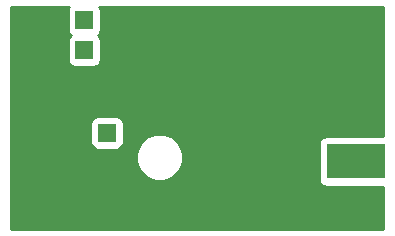
<source format=gbr>
G04 #@! TF.FileFunction,Copper,L2,Bot,Signal*
%FSLAX46Y46*%
G04 Gerber Fmt 4.6, Leading zero omitted, Abs format (unit mm)*
G04 Created by KiCad (PCBNEW 4.1.0-alpha+201607051515+6967~46~ubuntu16.04.1-product) date Wed Jul  6 09:47:41 2016*
%MOMM*%
%LPD*%
G01*
G04 APERTURE LIST*
%ADD10C,0.100000*%
%ADD11R,5.000000X3.000000*%
%ADD12C,1.450000*%
%ADD13C,1.900000*%
%ADD14R,1.524000X1.524000*%
%ADD15C,0.800000*%
%ADD16C,0.500000*%
%ADD17C,0.254000*%
G04 APERTURE END LIST*
D10*
D11*
X167775000Y-121800000D03*
X167775000Y-114300000D03*
D12*
X142400000Y-115610000D03*
X142400000Y-120610000D03*
D13*
X139700000Y-121610000D03*
X139700000Y-114610000D03*
D14*
X146685000Y-119380000D03*
X146685000Y-116840000D03*
X142240000Y-112395000D03*
X142240000Y-109855000D03*
X144780000Y-112395000D03*
X144780000Y-109855000D03*
X147320000Y-112395000D03*
X147320000Y-109855000D03*
D15*
X168910000Y-112014000D03*
X165608000Y-112014000D03*
X167132000Y-111252000D03*
X141732000Y-122936000D03*
X140716000Y-126746000D03*
X155956000Y-110744000D03*
X157480000Y-112268000D03*
X148590000Y-115316000D03*
X156145000Y-117475000D03*
X156145000Y-116625000D03*
X153670000Y-117475000D03*
X154495000Y-117475000D03*
X155320000Y-117475000D03*
X155320000Y-116625000D03*
X154495000Y-116625000D03*
X153670000Y-116625000D03*
D16*
X167132000Y-111252000D02*
X166370000Y-111252000D01*
X166370000Y-111252000D02*
X165608000Y-112014000D01*
X140716000Y-126746000D02*
X140716000Y-123952000D01*
X140716000Y-123952000D02*
X141732000Y-122936000D01*
X157480000Y-112268000D02*
X155956000Y-110744000D01*
D17*
G36*
X143419843Y-108845235D02*
X143370560Y-109093000D01*
X143370560Y-110617000D01*
X143419843Y-110864765D01*
X143560191Y-111074809D01*
X143635307Y-111125000D01*
X143560191Y-111175191D01*
X143419843Y-111385235D01*
X143370560Y-111633000D01*
X143370560Y-113157000D01*
X143419843Y-113404765D01*
X143560191Y-113614809D01*
X143770235Y-113755157D01*
X144018000Y-113804440D01*
X145542000Y-113804440D01*
X145789765Y-113755157D01*
X145999809Y-113614809D01*
X146140157Y-113404765D01*
X146189440Y-113157000D01*
X146189440Y-111633000D01*
X146140157Y-111385235D01*
X145999809Y-111175191D01*
X145924693Y-111125000D01*
X145999809Y-111074809D01*
X146140157Y-110864765D01*
X146189440Y-110617000D01*
X146189440Y-109093000D01*
X146140157Y-108845235D01*
X146051132Y-108712000D01*
X170053000Y-108712000D01*
X170053000Y-119652560D01*
X165275000Y-119652560D01*
X165027235Y-119701843D01*
X164817191Y-119842191D01*
X164676843Y-120052235D01*
X164627560Y-120300000D01*
X164627560Y-123300000D01*
X164676843Y-123547765D01*
X164817191Y-123757809D01*
X165027235Y-123898157D01*
X165275000Y-123947440D01*
X170053000Y-123947440D01*
X170053000Y-127508000D01*
X138557000Y-127508000D01*
X138557000Y-121837109D01*
X149144657Y-121837109D01*
X149446218Y-122566943D01*
X150004120Y-123125819D01*
X150733427Y-123428654D01*
X151523109Y-123429343D01*
X152252943Y-123127782D01*
X152811819Y-122569880D01*
X153114654Y-121840573D01*
X153115343Y-121050891D01*
X152813782Y-120321057D01*
X152255880Y-119762181D01*
X151526573Y-119459346D01*
X150736891Y-119458657D01*
X150007057Y-119760218D01*
X149448181Y-120318120D01*
X149145346Y-121047427D01*
X149144657Y-121837109D01*
X138557000Y-121837109D01*
X138557000Y-118618000D01*
X145275560Y-118618000D01*
X145275560Y-120142000D01*
X145324843Y-120389765D01*
X145465191Y-120599809D01*
X145675235Y-120740157D01*
X145923000Y-120789440D01*
X147447000Y-120789440D01*
X147694765Y-120740157D01*
X147904809Y-120599809D01*
X148045157Y-120389765D01*
X148094440Y-120142000D01*
X148094440Y-118618000D01*
X148045157Y-118370235D01*
X147904809Y-118160191D01*
X147694765Y-118019843D01*
X147447000Y-117970560D01*
X145923000Y-117970560D01*
X145675235Y-118019843D01*
X145465191Y-118160191D01*
X145324843Y-118370235D01*
X145275560Y-118618000D01*
X138557000Y-118618000D01*
X138557000Y-108712000D01*
X143508868Y-108712000D01*
X143419843Y-108845235D01*
X143419843Y-108845235D01*
G37*
X143419843Y-108845235D02*
X143370560Y-109093000D01*
X143370560Y-110617000D01*
X143419843Y-110864765D01*
X143560191Y-111074809D01*
X143635307Y-111125000D01*
X143560191Y-111175191D01*
X143419843Y-111385235D01*
X143370560Y-111633000D01*
X143370560Y-113157000D01*
X143419843Y-113404765D01*
X143560191Y-113614809D01*
X143770235Y-113755157D01*
X144018000Y-113804440D01*
X145542000Y-113804440D01*
X145789765Y-113755157D01*
X145999809Y-113614809D01*
X146140157Y-113404765D01*
X146189440Y-113157000D01*
X146189440Y-111633000D01*
X146140157Y-111385235D01*
X145999809Y-111175191D01*
X145924693Y-111125000D01*
X145999809Y-111074809D01*
X146140157Y-110864765D01*
X146189440Y-110617000D01*
X146189440Y-109093000D01*
X146140157Y-108845235D01*
X146051132Y-108712000D01*
X170053000Y-108712000D01*
X170053000Y-119652560D01*
X165275000Y-119652560D01*
X165027235Y-119701843D01*
X164817191Y-119842191D01*
X164676843Y-120052235D01*
X164627560Y-120300000D01*
X164627560Y-123300000D01*
X164676843Y-123547765D01*
X164817191Y-123757809D01*
X165027235Y-123898157D01*
X165275000Y-123947440D01*
X170053000Y-123947440D01*
X170053000Y-127508000D01*
X138557000Y-127508000D01*
X138557000Y-121837109D01*
X149144657Y-121837109D01*
X149446218Y-122566943D01*
X150004120Y-123125819D01*
X150733427Y-123428654D01*
X151523109Y-123429343D01*
X152252943Y-123127782D01*
X152811819Y-122569880D01*
X153114654Y-121840573D01*
X153115343Y-121050891D01*
X152813782Y-120321057D01*
X152255880Y-119762181D01*
X151526573Y-119459346D01*
X150736891Y-119458657D01*
X150007057Y-119760218D01*
X149448181Y-120318120D01*
X149145346Y-121047427D01*
X149144657Y-121837109D01*
X138557000Y-121837109D01*
X138557000Y-118618000D01*
X145275560Y-118618000D01*
X145275560Y-120142000D01*
X145324843Y-120389765D01*
X145465191Y-120599809D01*
X145675235Y-120740157D01*
X145923000Y-120789440D01*
X147447000Y-120789440D01*
X147694765Y-120740157D01*
X147904809Y-120599809D01*
X148045157Y-120389765D01*
X148094440Y-120142000D01*
X148094440Y-118618000D01*
X148045157Y-118370235D01*
X147904809Y-118160191D01*
X147694765Y-118019843D01*
X147447000Y-117970560D01*
X145923000Y-117970560D01*
X145675235Y-118019843D01*
X145465191Y-118160191D01*
X145324843Y-118370235D01*
X145275560Y-118618000D01*
X138557000Y-118618000D01*
X138557000Y-108712000D01*
X143508868Y-108712000D01*
X143419843Y-108845235D01*
M02*

</source>
